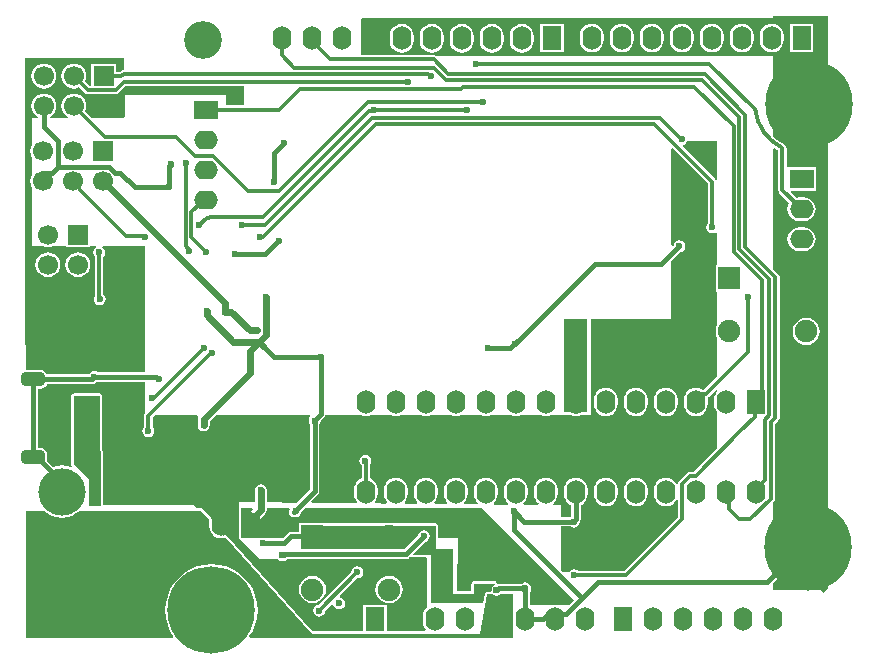
<source format=gbl>
G04*
G04 #@! TF.GenerationSoftware,Altium Limited,Altium Designer,20.2.4 (192)*
G04*
G04 Layer_Physical_Order=2*
G04 Layer_Color=16711680*
%FSLAX44Y44*%
%MOMM*%
G71*
G04*
G04 #@! TF.SameCoordinates,CA4B6327-8C8C-4F40-9CFE-90DE2028BA09*
G04*
G04*
G04 #@! TF.FilePolarity,Positive*
G04*
G01*
G75*
%ADD13C,0.3000*%
%ADD61C,1.9000*%
%ADD62R,1.9000X1.9000*%
%ADD68C,0.4000*%
%ADD69C,0.6000*%
%ADD70C,3.2000*%
%ADD71C,4.0000*%
%ADD72O,1.6000X2.0000*%
%ADD73R,1.6000X2.0000*%
%ADD74O,2.0000X1.6000*%
%ADD75R,2.0000X1.6000*%
%ADD76C,7.4000*%
%ADD77C,1.7000*%
%ADD78R,1.7000X1.7000*%
G04:AMPARAMS|DCode=79|XSize=2mm|YSize=1.2mm|CornerRadius=0.36mm|HoleSize=0mm|Usage=FLASHONLY|Rotation=0.000|XOffset=0mm|YOffset=0mm|HoleType=Round|Shape=RoundedRectangle|*
%AMROUNDEDRECTD79*
21,1,2.0000,0.4800,0,0,0.0*
21,1,1.2800,1.2000,0,0,0.0*
1,1,0.7200,0.6400,-0.2400*
1,1,0.7200,-0.6400,-0.2400*
1,1,0.7200,-0.6400,0.2400*
1,1,0.7200,0.6400,0.2400*
%
%ADD79ROUNDEDRECTD79*%
%ADD80C,0.6000*%
G36*
X86000Y493000D02*
Y483121D01*
X85237D01*
X83871Y482849D01*
X82713Y482075D01*
X81981Y481343D01*
X79080D01*
Y488274D01*
X58080D01*
Y469343D01*
X56714D01*
X52711Y473346D01*
X53410Y475033D01*
X53771Y477774D01*
X53410Y480515D01*
X52352Y483069D01*
X50669Y485263D01*
X48475Y486946D01*
X45921Y488004D01*
X43180Y488365D01*
X40439Y488004D01*
X37885Y486946D01*
X35691Y485263D01*
X34008Y483069D01*
X32950Y480515D01*
X32589Y477774D01*
X32950Y475033D01*
X34008Y472479D01*
X35691Y470285D01*
X37885Y468602D01*
X40439Y467544D01*
X43180Y467183D01*
X45921Y467544D01*
X47687Y468276D01*
X49272Y466691D01*
X52712Y463251D01*
X53870Y462477D01*
X55236Y462205D01*
X78530D01*
X79895Y462477D01*
X81053Y463251D01*
X86803Y469000D01*
X187099D01*
Y454000D01*
X186685Y453000D01*
X172099D01*
Y462000D01*
X86099D01*
Y443000D01*
X86000D01*
Y442000D01*
X58601D01*
X52695Y447906D01*
X53410Y449633D01*
X53771Y452374D01*
X53410Y455115D01*
X52352Y457669D01*
X50669Y459863D01*
X48475Y461546D01*
X45921Y462604D01*
X43180Y462965D01*
X40439Y462604D01*
X37885Y461546D01*
X35691Y459863D01*
X34008Y457669D01*
X32950Y455115D01*
X32589Y452374D01*
X32950Y449633D01*
X34008Y447079D01*
X35691Y444885D01*
X37796Y443270D01*
X37801Y443132D01*
X37067Y442000D01*
X23893D01*
X23159Y443132D01*
X23163Y443270D01*
X25269Y444885D01*
X26952Y447079D01*
X28010Y449633D01*
X28371Y452374D01*
X28010Y455115D01*
X26952Y457669D01*
X25269Y459863D01*
X23075Y461546D01*
X20521Y462604D01*
X17780Y462965D01*
X15039Y462604D01*
X12485Y461546D01*
X10291Y459863D01*
X8608Y457669D01*
X7550Y455115D01*
X7189Y452374D01*
X7550Y449633D01*
X8608Y447079D01*
X10291Y444885D01*
X12397Y443270D01*
X12401Y443132D01*
X11667Y442000D01*
X8000D01*
X8000Y419516D01*
X7846Y419315D01*
X6788Y416761D01*
X6427Y414020D01*
X6788Y411279D01*
X7846Y408725D01*
X8000Y408524D01*
X8000Y394116D01*
X7846Y393915D01*
X6788Y391361D01*
X6427Y388620D01*
X6788Y385879D01*
X7846Y383325D01*
X8000Y383124D01*
X8000Y334000D01*
X16748Y334000D01*
X18509Y333270D01*
X21250Y332909D01*
X23991Y333270D01*
X25752Y334000D01*
X36150Y334000D01*
Y333000D01*
X57150D01*
Y334000D01*
X61578D01*
X61964Y332730D01*
X60911Y332027D01*
X59806Y330373D01*
X59418Y328422D01*
X59806Y326471D01*
X60911Y324817D01*
X60947Y324793D01*
Y291935D01*
X60290Y290951D01*
X59902Y289000D01*
X60290Y287049D01*
X61395Y285395D01*
X63049Y284290D01*
X65000Y283902D01*
X66951Y284290D01*
X68605Y285395D01*
X69710Y287049D01*
X70098Y289000D01*
X69710Y290951D01*
X68605Y292605D01*
X68085Y292952D01*
Y324793D01*
X68121Y324817D01*
X69226Y326471D01*
X69614Y328422D01*
X69226Y330373D01*
X68121Y332027D01*
X67069Y332730D01*
X67454Y334000D01*
X103000Y334000D01*
X103000Y227090D01*
X63348D01*
X62403Y227722D01*
X60452Y228110D01*
X58501Y227722D01*
X56847Y226617D01*
X55888Y225181D01*
X20305D01*
X20225Y225585D01*
X18987Y227437D01*
X17135Y228675D01*
X14950Y229110D01*
X2537D01*
X2000Y271000D01*
X2000Y493000D01*
X86000Y493000D01*
D02*
G37*
G36*
X588000Y390533D02*
X586730Y390148D01*
X586273Y390831D01*
X558851Y418253D01*
X559269Y419632D01*
X559735Y419724D01*
X561389Y420829D01*
X562494Y422483D01*
X562597Y423000D01*
X588000Y423000D01*
Y390533D01*
D02*
G37*
G36*
X682000Y44250D02*
X677750Y40000D01*
X675500Y42250D01*
X635250D01*
Y48741D01*
X663284Y76775D01*
X664168Y78098D01*
X664478Y79658D01*
X664168Y81219D01*
X663284Y82542D01*
X661961Y83427D01*
X660400Y83737D01*
X658839Y83427D01*
X657516Y82542D01*
X636423Y61450D01*
X635250Y61936D01*
Y117020D01*
X635773Y117543D01*
X636547Y118701D01*
X636819Y120067D01*
Y183031D01*
X639673Y185886D01*
X640447Y187044D01*
X640719Y188409D01*
Y307696D01*
X640447Y309062D01*
X639673Y310219D01*
X635250Y314643D01*
Y416281D01*
X636370Y416879D01*
X638353Y415555D01*
X639559Y414959D01*
Y381222D01*
X639831Y379856D01*
X640605Y378699D01*
X648795Y370508D01*
X648515Y370143D01*
X647507Y367710D01*
X647164Y365100D01*
X647507Y362490D01*
X648515Y360057D01*
X650118Y357968D01*
X652207Y356365D01*
X654640Y355357D01*
X657250Y355014D01*
X661250D01*
X663860Y355357D01*
X666293Y356365D01*
X668382Y357968D01*
X669985Y360057D01*
X670993Y362490D01*
X671336Y365100D01*
X670993Y367710D01*
X669985Y370143D01*
X668382Y372232D01*
X666293Y373835D01*
X663860Y374843D01*
X661250Y375186D01*
X657250D01*
X654640Y374843D01*
X654579Y374818D01*
X650070Y379327D01*
X650556Y380500D01*
X671250D01*
Y400500D01*
X647250D01*
X646697Y401541D01*
Y416497D01*
X646425Y417862D01*
X645651Y419020D01*
X644781Y419891D01*
X644771Y419897D01*
X644764Y419907D01*
X644525Y420146D01*
X644445Y420226D01*
X643530Y420838D01*
X643529Y420838D01*
X643288Y420999D01*
X643253Y421006D01*
X642477Y421479D01*
X638660Y423818D01*
X635250Y426730D01*
Y495000D01*
X349534D01*
X349090Y495297D01*
X347724Y495569D01*
X286000D01*
Y526000D01*
X287000Y527000D01*
X635250D01*
Y528750D01*
X682000D01*
Y44250D01*
D02*
G37*
G36*
X103000Y191524D02*
X102917Y191400D01*
X102645Y190034D01*
Y180879D01*
X102609Y180855D01*
X101504Y179201D01*
X101116Y177250D01*
X101504Y175299D01*
X102609Y173645D01*
X104263Y172540D01*
X106214Y172152D01*
X108165Y172540D01*
X109819Y173645D01*
X110924Y175299D01*
X111312Y177250D01*
X110924Y179201D01*
X109819Y180855D01*
X109783Y180879D01*
Y188556D01*
X112227Y191000D01*
X147811D01*
X148410Y189880D01*
X148290Y189701D01*
X147902Y187750D01*
Y182000D01*
X148290Y180049D01*
X149395Y178395D01*
X151049Y177290D01*
X153000Y176902D01*
X154951Y177290D01*
X156605Y178395D01*
X157710Y180049D01*
X158098Y182000D01*
Y185638D01*
X163460Y191000D01*
X243197D01*
X243582Y189730D01*
X243395Y189605D01*
X242290Y187951D01*
X241902Y186000D01*
X242290Y184049D01*
X242922Y183104D01*
Y127785D01*
X231679Y116543D01*
X206448Y116780D01*
Y118045D01*
X206648Y119050D01*
Y127050D01*
X206260Y129001D01*
X205155Y130655D01*
X203501Y131760D01*
X201550Y132148D01*
X199599Y131760D01*
X197945Y130655D01*
X196840Y129001D01*
X196452Y127050D01*
Y119855D01*
X196252Y118850D01*
Y117778D01*
X195350Y116884D01*
X183000Y117000D01*
Y87000D01*
X201000Y69000D01*
X215701Y69136D01*
X216105Y68531D01*
X217759Y67426D01*
X219710Y67038D01*
X221661Y67426D01*
X223315Y68531D01*
X223576Y68922D01*
X324284D01*
X324284Y68922D01*
X325845Y69232D01*
X327168Y70116D01*
X327218Y70167D01*
X340848Y70293D01*
X341750Y69399D01*
Y27274D01*
X341610Y27166D01*
X340007Y25077D01*
X338999Y22645D01*
X338656Y20034D01*
Y16034D01*
X338999Y13424D01*
X340007Y10991D01*
X341328Y9270D01*
X340862Y8094D01*
X340776Y8000D01*
X307942Y8000D01*
Y30034D01*
X287942D01*
Y8000D01*
X245049Y8000D01*
X172882Y88472D01*
X172837Y88506D01*
X172806Y88553D01*
X172520Y88744D01*
X172245Y88950D01*
X172191Y88964D01*
X172144Y88995D01*
X171807Y89062D01*
X171475Y89147D01*
X171419Y89139D01*
X171364Y89150D01*
X171027Y89083D01*
X170687Y89034D01*
X170639Y89006D01*
X170583Y88995D01*
X169978Y88744D01*
X169040Y88621D01*
X159853Y98652D01*
Y100366D01*
X160033Y101734D01*
X160028Y101813D01*
X160047Y101889D01*
X160002Y102207D01*
X159981Y102528D01*
X159946Y102599D01*
X159935Y102677D01*
X159771Y102953D01*
X159629Y103242D01*
X159570Y103294D01*
X159529Y103362D01*
X152518Y111180D01*
X152473Y111214D01*
X152442Y111260D01*
X152156Y111451D01*
X151882Y111657D01*
X151827Y111671D01*
X151780Y111702D01*
X151444Y111769D01*
X151111Y111854D01*
X151055Y111847D01*
X151000Y111858D01*
X147758D01*
X144880Y115000D01*
X68146Y115000D01*
X67039Y207024D01*
X66959Y207402D01*
X66884Y207780D01*
X66877Y207791D01*
X66874Y207803D01*
X66656Y208121D01*
X66442Y208442D01*
X66431Y208449D01*
X66424Y208459D01*
X66101Y208670D01*
X65780Y208884D01*
X65768Y208886D01*
X65758Y208893D01*
X65379Y208964D01*
X65000Y209039D01*
X43000D01*
X42220Y208884D01*
X41558Y208442D01*
X41116Y207780D01*
X40961Y207000D01*
X40961Y149000D01*
X40969Y148959D01*
X40962Y148919D01*
X41046Y148570D01*
X41116Y148220D01*
X41139Y148185D01*
X41149Y148145D01*
X41359Y147856D01*
X41421Y147762D01*
X41055Y146973D01*
X41031Y146945D01*
X40718Y146649D01*
X37313Y147682D01*
X33000Y148106D01*
X28687Y147682D01*
X25682Y146770D01*
X20526Y151926D01*
X20660Y152600D01*
Y157400D01*
X20225Y159585D01*
X18987Y161437D01*
X17135Y162675D01*
X14950Y163110D01*
X12628D01*
Y212890D01*
X14950D01*
X17135Y213325D01*
X18987Y214563D01*
X20225Y216415D01*
X20346Y217025D01*
X58543D01*
X58543Y217025D01*
X60104Y217335D01*
X61190Y218061D01*
X62403Y218302D01*
X63348Y218934D01*
X103000D01*
Y191524D01*
D02*
G37*
G36*
X580181Y386830D02*
Y353379D01*
X580145Y353355D01*
X579040Y351701D01*
X578652Y349750D01*
X579040Y347799D01*
X580145Y346145D01*
X581799Y345040D01*
X583750Y344652D01*
X585701Y345040D01*
X586730Y345728D01*
X588000Y345049D01*
Y318000D01*
X586750D01*
Y295000D01*
X588000D01*
Y266805D01*
X587046Y264502D01*
X586651Y261500D01*
X587046Y258498D01*
X588000Y256195D01*
X588000Y223731D01*
X576626Y212357D01*
X575295D01*
X574893Y212665D01*
X572461Y213673D01*
X569850Y214016D01*
X567239Y213673D01*
X564807Y212665D01*
X562718Y211062D01*
X561115Y208973D01*
X560107Y206541D01*
X559764Y203930D01*
Y199930D01*
X560107Y197320D01*
X561115Y194887D01*
X562718Y192798D01*
X564807Y191195D01*
X567239Y190187D01*
X569850Y189844D01*
X572461Y190187D01*
X574893Y191195D01*
X576982Y192798D01*
X578585Y194887D01*
X579593Y197320D01*
X579936Y199930D01*
Y203930D01*
X579710Y205651D01*
X580627Y206265D01*
X586521Y212158D01*
X587777Y211693D01*
X587920Y210805D01*
X586515Y208973D01*
X585507Y206541D01*
X585164Y203930D01*
Y199930D01*
X585507Y197320D01*
X586515Y194887D01*
X588000Y192952D01*
Y162771D01*
X568028Y142799D01*
X565087D01*
X563721Y142527D01*
X562563Y141753D01*
X555827Y135017D01*
X555053Y133859D01*
X554781Y132493D01*
Y132238D01*
X553511Y131985D01*
X553185Y132773D01*
X551582Y134862D01*
X549493Y136465D01*
X547061Y137473D01*
X544450Y137816D01*
X541839Y137473D01*
X539407Y136465D01*
X537318Y134862D01*
X535715Y132773D01*
X534707Y130340D01*
X534364Y127730D01*
Y123730D01*
X534707Y121119D01*
X535715Y118687D01*
X537318Y116598D01*
X539407Y114995D01*
X541839Y113987D01*
X544450Y113644D01*
X547061Y113987D01*
X549493Y114995D01*
X551582Y116598D01*
X553185Y118687D01*
X553511Y119475D01*
X554781Y119222D01*
Y104460D01*
X509321Y59000D01*
X508890Y58569D01*
X470629D01*
X470605Y58605D01*
X468951Y59710D01*
X467000Y60098D01*
X465049Y59710D01*
X463395Y58605D01*
X462991Y58000D01*
X456980D01*
X455750Y59230D01*
Y96506D01*
X463604D01*
X464549Y95874D01*
X466500Y95486D01*
X468451Y95874D01*
X470105Y96979D01*
X471210Y98633D01*
X471598Y100584D01*
X471582Y100663D01*
X472018Y101314D01*
X472328Y102875D01*
X472328Y102875D01*
Y114595D01*
X473293Y114995D01*
X475382Y116598D01*
X476985Y118687D01*
X477993Y121119D01*
X478336Y123730D01*
Y127730D01*
X477993Y130340D01*
X476985Y132773D01*
X475382Y134862D01*
X473293Y136465D01*
X470860Y137473D01*
X468250Y137816D01*
X465639Y137473D01*
X463207Y136465D01*
X461118Y134862D01*
X459515Y132773D01*
X458507Y130340D01*
X458164Y127730D01*
Y123730D01*
X458507Y121119D01*
X459515Y118687D01*
X461118Y116598D01*
X463207Y114995D01*
X464172Y114595D01*
Y105042D01*
X463604Y104662D01*
X455750D01*
Y114439D01*
X449333Y114499D01*
X448907Y115773D01*
X449982Y116598D01*
X451585Y118687D01*
X452593Y121119D01*
X452936Y123730D01*
Y127730D01*
X452593Y130340D01*
X451585Y132773D01*
X449982Y134862D01*
X447893Y136465D01*
X445461Y137473D01*
X442850Y137816D01*
X440239Y137473D01*
X437807Y136465D01*
X435718Y134862D01*
X434115Y132773D01*
X433107Y130340D01*
X432764Y127730D01*
Y123730D01*
X433107Y121119D01*
X434115Y118687D01*
X435718Y116598D01*
X436643Y115888D01*
X436206Y114622D01*
X424240Y114735D01*
X423814Y116009D01*
X424582Y116598D01*
X426185Y118687D01*
X427193Y121119D01*
X427536Y123730D01*
Y127730D01*
X427193Y130340D01*
X426185Y132773D01*
X424582Y134862D01*
X422493Y136465D01*
X420061Y137473D01*
X417450Y137816D01*
X414840Y137473D01*
X412407Y136465D01*
X410318Y134862D01*
X408715Y132773D01*
X407707Y130340D01*
X407364Y127730D01*
Y123730D01*
X407707Y121119D01*
X408715Y118687D01*
X410318Y116598D01*
X410928Y116130D01*
X410491Y114864D01*
X399147Y114970D01*
X398722Y116244D01*
X399182Y116598D01*
X400785Y118687D01*
X401793Y121119D01*
X402136Y123730D01*
Y127730D01*
X401793Y130340D01*
X400785Y132773D01*
X399182Y134862D01*
X397093Y136465D01*
X394660Y137473D01*
X392050Y137816D01*
X389440Y137473D01*
X387007Y136465D01*
X384918Y134862D01*
X383315Y132773D01*
X382307Y130340D01*
X381964Y127730D01*
Y123730D01*
X382307Y121119D01*
X383315Y118687D01*
X384918Y116598D01*
X385300Y116305D01*
X384886Y115104D01*
X373942Y115207D01*
X373539Y116412D01*
X373782Y116598D01*
X375385Y118687D01*
X376393Y121119D01*
X376736Y123730D01*
Y127730D01*
X376393Y130340D01*
X375385Y132773D01*
X373782Y134862D01*
X371693Y136465D01*
X369260Y137473D01*
X366650Y137816D01*
X364039Y137473D01*
X361607Y136465D01*
X359518Y134862D01*
X357915Y132773D01*
X356907Y130340D01*
X356564Y127730D01*
Y123730D01*
X356907Y121119D01*
X357915Y118687D01*
X359507Y116613D01*
X359446Y116143D01*
X359171Y115346D01*
X348768Y115443D01*
X348672Y115731D01*
X348473Y116716D01*
X349985Y118687D01*
X350993Y121119D01*
X351336Y123730D01*
Y127730D01*
X350993Y130340D01*
X349985Y132773D01*
X348382Y134862D01*
X346293Y136465D01*
X343861Y137473D01*
X341250Y137816D01*
X338639Y137473D01*
X336207Y136465D01*
X334118Y134862D01*
X332515Y132773D01*
X331507Y130340D01*
X331164Y127730D01*
Y123730D01*
X331507Y121119D01*
X332515Y118687D01*
X333922Y116853D01*
X333523Y115587D01*
X323736Y115679D01*
X323255Y116953D01*
X324585Y118687D01*
X325593Y121119D01*
X325936Y123730D01*
Y127730D01*
X325593Y130340D01*
X324585Y132773D01*
X322982Y134862D01*
X320893Y136465D01*
X318461Y137473D01*
X315850Y137816D01*
X313239Y137473D01*
X310807Y136465D01*
X308718Y134862D01*
X307115Y132773D01*
X306107Y130340D01*
X305764Y127730D01*
Y123730D01*
X306107Y121119D01*
X307115Y118687D01*
X308338Y117093D01*
X307707Y115829D01*
X298658Y115914D01*
X298036Y117190D01*
X299185Y118687D01*
X300193Y121119D01*
X300536Y123730D01*
Y127730D01*
X300193Y130340D01*
X299185Y132773D01*
X297582Y134862D01*
X295493Y136465D01*
X294019Y137076D01*
Y149015D01*
X294710Y150049D01*
X295098Y152000D01*
X294710Y153951D01*
X293605Y155605D01*
X291951Y156710D01*
X290000Y157098D01*
X288049Y156710D01*
X286395Y155605D01*
X285290Y153951D01*
X284902Y152000D01*
X285290Y150049D01*
X286395Y148395D01*
X286881Y148070D01*
Y137076D01*
X285407Y136465D01*
X283318Y134862D01*
X281715Y132773D01*
X280707Y130340D01*
X280364Y127730D01*
Y123730D01*
X280707Y121119D01*
X281715Y118687D01*
X282754Y117333D01*
X282123Y116069D01*
X244748Y116420D01*
X244268Y117596D01*
X249884Y123212D01*
X249884Y123212D01*
X250768Y124535D01*
X251078Y126096D01*
X251078Y126096D01*
Y183104D01*
X251710Y184049D01*
X252066Y185840D01*
X255106Y188879D01*
X255106Y188879D01*
X255990Y190203D01*
X256149Y191000D01*
X285878D01*
X287840Y190187D01*
X290450Y189844D01*
X293060Y190187D01*
X295022Y191000D01*
X311278D01*
X313239Y190187D01*
X315850Y189844D01*
X318461Y190187D01*
X320422Y191000D01*
X336678D01*
X338639Y190187D01*
X341250Y189844D01*
X343861Y190187D01*
X345822Y191000D01*
X362078D01*
X364039Y190187D01*
X366650Y189844D01*
X369260Y190187D01*
X371222Y191000D01*
X387478D01*
X389440Y190187D01*
X392050Y189844D01*
X394660Y190187D01*
X396622Y191000D01*
X412878D01*
X414840Y190187D01*
X417450Y189844D01*
X420061Y190187D01*
X422022Y191000D01*
X438278D01*
X440239Y190187D01*
X442850Y189844D01*
X445461Y190187D01*
X447422Y191000D01*
X463678D01*
X465639Y190187D01*
X468250Y189844D01*
X470860Y190187D01*
X472822Y191000D01*
X481000D01*
X481000Y272000D01*
X549000D01*
Y320982D01*
X556586Y328568D01*
X557701Y328790D01*
X559355Y329895D01*
X560460Y331549D01*
X560848Y333500D01*
X560460Y335451D01*
X559355Y337105D01*
X557701Y338210D01*
X555750Y338598D01*
X553799Y338210D01*
X552145Y337105D01*
X551040Y335451D01*
X550880Y334644D01*
X550270Y334246D01*
X549000Y334919D01*
Y416352D01*
X550173Y416838D01*
X580181Y386830D01*
D02*
G37*
G36*
X478000Y193039D02*
X472822D01*
X472042Y192884D01*
X472042Y192884D01*
X470328Y192174D01*
X469006Y192000D01*
X467494D01*
X466172Y192174D01*
X464458Y192884D01*
X463678Y193039D01*
X458000D01*
Y272000D01*
X478000D01*
Y193039D01*
D02*
G37*
G36*
X66108Y114902D02*
X65215Y113999D01*
X56000Y114001D01*
X56000Y137000D01*
X43000Y149000D01*
X43000Y207000D01*
X65000D01*
X66108Y114902D01*
D02*
G37*
G36*
X466394Y34412D02*
X462232Y30250D01*
X429020Y30250D01*
Y40643D01*
X429960Y42049D01*
X430348Y44000D01*
X429960Y45951D01*
X428855Y47605D01*
X427201Y48710D01*
X425250Y49098D01*
X423299Y48710D01*
X422354Y48078D01*
X402791D01*
X401783Y47878D01*
X401539Y48078D01*
X401384Y48859D01*
X400942Y49520D01*
X400280Y49962D01*
X399500Y50118D01*
X381800D01*
X381020Y49962D01*
X380358Y49520D01*
X379916Y48859D01*
X379761Y48078D01*
Y41539D01*
X368573D01*
X367679Y42441D01*
X368073Y87000D01*
X351539D01*
Y97000D01*
X351384Y97780D01*
X350942Y98442D01*
X350280Y98884D01*
X349500Y99039D01*
X313599D01*
X313124Y99236D01*
X310122Y99631D01*
X307120Y99236D01*
X306645Y99039D01*
X256622D01*
Y99532D01*
X237036D01*
X237000Y99539D01*
X236964Y99532D01*
X233622D01*
Y92110D01*
X227257D01*
X227257Y92110D01*
X225697Y91800D01*
X224373Y90916D01*
X224373Y90916D01*
X220457Y87000D01*
X203493D01*
X203000Y87098D01*
X202507Y87000D01*
X185884D01*
X185039Y87845D01*
Y112000D01*
X194131D01*
X194617Y110827D01*
X189695Y105905D01*
X188590Y104251D01*
X188202Y102300D01*
Y98500D01*
X188590Y96549D01*
X189695Y94895D01*
X191349Y93790D01*
X193300Y93402D01*
X195251Y93790D01*
X196905Y94895D01*
X198010Y96549D01*
X198398Y98500D01*
Y100188D01*
X204955Y106745D01*
X206060Y108399D01*
X206448Y110350D01*
Y112000D01*
X225403D01*
X225504Y111918D01*
X226069Y110730D01*
X225594Y110019D01*
X225284Y108458D01*
X225594Y106897D01*
X226478Y105574D01*
X227801Y104690D01*
X229362Y104380D01*
X230242Y104555D01*
X231140Y104376D01*
X233091Y104764D01*
X234745Y105869D01*
X235850Y107523D01*
X236238Y109474D01*
X236223Y109551D01*
X238672Y112000D01*
X388806Y112000D01*
X466394Y34412D01*
D02*
G37*
G36*
X158011Y102000D02*
X157814Y100500D01*
Y96500D01*
X158157Y93890D01*
X159165Y91457D01*
X160768Y89368D01*
X162857Y87765D01*
X165289Y86757D01*
X167900Y86414D01*
X170511Y86757D01*
X171364Y87111D01*
X245000Y5000D01*
X386750D01*
X393000Y39000D01*
X397612D01*
X399049Y38040D01*
X401000Y37652D01*
X402951Y38040D01*
X404388Y39000D01*
X415000D01*
Y21130D01*
X414856Y20034D01*
Y16034D01*
X415000Y14938D01*
Y2000D01*
X192590D01*
X191879Y3270D01*
X194557Y7640D01*
X196906Y13311D01*
X198339Y19280D01*
X198821Y25400D01*
X198339Y31520D01*
X196906Y37489D01*
X194557Y43160D01*
X191349Y48394D01*
X187362Y53062D01*
X182694Y57049D01*
X177460Y60257D01*
X171789Y62606D01*
X165820Y64039D01*
X159700Y64521D01*
X153580Y64039D01*
X147611Y62606D01*
X141940Y60257D01*
X136706Y57049D01*
X132038Y53062D01*
X128051Y48394D01*
X124843Y43160D01*
X122494Y37489D01*
X121061Y31520D01*
X120579Y25400D01*
X121061Y19280D01*
X122494Y13311D01*
X124843Y7640D01*
X127521Y3270D01*
X126810Y2000D01*
X3000D01*
Y109818D01*
X18039D01*
X20718Y107619D01*
X24540Y105576D01*
X28687Y104318D01*
X33000Y103894D01*
X37313Y104318D01*
X41460Y105576D01*
X45282Y107619D01*
X47961Y109818D01*
X151000D01*
X158011Y102000D01*
D02*
G37*
G36*
X237500Y97000D02*
X349500D01*
Y77000D01*
X364250D01*
Y40563D01*
X364250Y40500D01*
X364000Y40250D01*
X364750Y39500D01*
X365046Y39500D01*
X381800D01*
Y48078D01*
X399500D01*
Y46530D01*
X399439Y46518D01*
X398116Y45634D01*
X397232Y44311D01*
X396922Y42750D01*
X397009Y42309D01*
X395967Y41039D01*
X393000D01*
X392789Y40997D01*
X392573Y40994D01*
X392402Y40920D01*
X392220Y40884D01*
X392040Y40764D01*
X391842Y40679D01*
X391713Y40545D01*
X391558Y40442D01*
X391438Y40263D01*
X391288Y40108D01*
X391219Y39935D01*
X391116Y39780D01*
X391074Y39569D01*
X390994Y39369D01*
X389640Y32000D01*
X345750D01*
Y38250D01*
Y72250D01*
X341261D01*
X341225Y72257D01*
X340838Y72332D01*
X340834Y72331D01*
X340829Y72332D01*
X331975Y72250D01*
X330961D01*
X330475Y73423D01*
X340332Y83280D01*
X341447Y83502D01*
X343101Y84607D01*
X344206Y86261D01*
X344594Y88212D01*
X344206Y90163D01*
X343101Y91817D01*
X341447Y92922D01*
X339496Y93310D01*
X337545Y92922D01*
X335891Y91817D01*
X334786Y90163D01*
X334564Y89048D01*
X322595Y77078D01*
X235750D01*
Y83954D01*
X245122D01*
X246683Y84264D01*
X248006Y85148D01*
X248890Y86471D01*
X249200Y88032D01*
X248890Y89593D01*
X248006Y90916D01*
X246683Y91800D01*
X245122Y92110D01*
X235750D01*
Y96250D01*
X237000Y97500D01*
X237500Y97000D01*
D02*
G37*
%LPC*%
G36*
X17780Y488365D02*
X15039Y488004D01*
X12485Y486946D01*
X10291Y485263D01*
X8608Y483069D01*
X7550Y480515D01*
X7189Y477774D01*
X7550Y475033D01*
X8608Y472479D01*
X10291Y470285D01*
X12485Y468602D01*
X15039Y467544D01*
X17780Y467183D01*
X20521Y467544D01*
X23075Y468602D01*
X25269Y470285D01*
X26952Y472479D01*
X28010Y475033D01*
X28371Y477774D01*
X28010Y480515D01*
X26952Y483069D01*
X25269Y485263D01*
X23075Y486946D01*
X20521Y488004D01*
X17780Y488365D01*
D02*
G37*
G36*
X46650Y328691D02*
X43909Y328330D01*
X41355Y327272D01*
X39161Y325589D01*
X37478Y323395D01*
X36420Y320841D01*
X36059Y318100D01*
X36420Y315359D01*
X37478Y312805D01*
X39161Y310611D01*
X41355Y308928D01*
X43909Y307870D01*
X46650Y307509D01*
X49391Y307870D01*
X51945Y308928D01*
X54139Y310611D01*
X55822Y312805D01*
X56880Y315359D01*
X57241Y318100D01*
X56880Y320841D01*
X55822Y323395D01*
X54139Y325589D01*
X51945Y327272D01*
X49391Y328330D01*
X46650Y328691D01*
D02*
G37*
G36*
X21250D02*
X18509Y328330D01*
X15955Y327272D01*
X13761Y325589D01*
X12078Y323395D01*
X11020Y320841D01*
X10659Y318100D01*
X11020Y315359D01*
X12078Y312805D01*
X13761Y310611D01*
X15955Y308928D01*
X18509Y307870D01*
X21250Y307509D01*
X23991Y307870D01*
X26545Y308928D01*
X28739Y310611D01*
X30422Y312805D01*
X31480Y315359D01*
X31841Y318100D01*
X31480Y320841D01*
X30422Y323395D01*
X28739Y325589D01*
X26545Y327272D01*
X23991Y328330D01*
X21250Y328691D01*
D02*
G37*
G36*
X669384Y522032D02*
X649384D01*
Y498032D01*
X669384D01*
Y522032D01*
D02*
G37*
G36*
X633984Y522118D02*
X631373Y521775D01*
X628941Y520767D01*
X626852Y519164D01*
X625249Y517075D01*
X624241Y514642D01*
X623898Y512032D01*
Y508032D01*
X624241Y505421D01*
X625249Y502989D01*
X626852Y500900D01*
X628941Y499297D01*
X631373Y498289D01*
X633984Y497946D01*
X635250Y498112D01*
D01*
X636595Y498289D01*
X639027Y499297D01*
X641116Y500900D01*
X642719Y502989D01*
X643727Y505421D01*
X644070Y508032D01*
Y512032D01*
X643727Y514642D01*
X642719Y517075D01*
X641116Y519164D01*
X639027Y520767D01*
X636595Y521775D01*
X635250Y521952D01*
D01*
X633984Y522118D01*
D02*
G37*
G36*
X608584D02*
X605974Y521775D01*
X603541Y520767D01*
X601452Y519164D01*
X599849Y517075D01*
X598841Y514642D01*
X598498Y512032D01*
Y508032D01*
X598841Y505421D01*
X599849Y502989D01*
X601452Y500900D01*
X603541Y499297D01*
X605974Y498289D01*
X608584Y497946D01*
X611194Y498289D01*
X613627Y499297D01*
X615716Y500900D01*
X617319Y502989D01*
X618327Y505421D01*
X618670Y508032D01*
Y512032D01*
X618327Y514642D01*
X617319Y517075D01*
X615716Y519164D01*
X613627Y520767D01*
X611194Y521775D01*
X608584Y522118D01*
D02*
G37*
G36*
X583184D02*
X580574Y521775D01*
X578141Y520767D01*
X576052Y519164D01*
X574449Y517075D01*
X573441Y514642D01*
X573098Y512032D01*
Y508032D01*
X573441Y505421D01*
X574449Y502989D01*
X576052Y500900D01*
X578141Y499297D01*
X580574Y498289D01*
X583184Y497946D01*
X585794Y498289D01*
X588227Y499297D01*
X590316Y500900D01*
X591919Y502989D01*
X592927Y505421D01*
X593270Y508032D01*
Y512032D01*
X592927Y514642D01*
X591919Y517075D01*
X590316Y519164D01*
X588227Y520767D01*
X585794Y521775D01*
X583184Y522118D01*
D02*
G37*
G36*
X557784D02*
X555173Y521775D01*
X552741Y520767D01*
X550652Y519164D01*
X549049Y517075D01*
X548041Y514642D01*
X547698Y512032D01*
Y508032D01*
X548041Y505421D01*
X549049Y502989D01*
X550652Y500900D01*
X552741Y499297D01*
X555173Y498289D01*
X557784Y497946D01*
X560395Y498289D01*
X562827Y499297D01*
X564916Y500900D01*
X566519Y502989D01*
X567527Y505421D01*
X567870Y508032D01*
Y512032D01*
X567527Y514642D01*
X566519Y517075D01*
X564916Y519164D01*
X562827Y520767D01*
X560395Y521775D01*
X557784Y522118D01*
D02*
G37*
G36*
X532384D02*
X529773Y521775D01*
X527341Y520767D01*
X525252Y519164D01*
X523649Y517075D01*
X522641Y514642D01*
X522298Y512032D01*
Y508032D01*
X522641Y505421D01*
X523649Y502989D01*
X525252Y500900D01*
X527341Y499297D01*
X529773Y498289D01*
X532384Y497946D01*
X534995Y498289D01*
X537427Y499297D01*
X539516Y500900D01*
X541119Y502989D01*
X542127Y505421D01*
X542470Y508032D01*
Y512032D01*
X542127Y514642D01*
X541119Y517075D01*
X539516Y519164D01*
X537427Y520767D01*
X534995Y521775D01*
X532384Y522118D01*
D02*
G37*
G36*
X506984D02*
X504374Y521775D01*
X501941Y520767D01*
X499852Y519164D01*
X498249Y517075D01*
X497241Y514642D01*
X496898Y512032D01*
Y508032D01*
X497241Y505421D01*
X498249Y502989D01*
X499852Y500900D01*
X501941Y499297D01*
X504374Y498289D01*
X506984Y497946D01*
X509594Y498289D01*
X512027Y499297D01*
X514116Y500900D01*
X515719Y502989D01*
X516727Y505421D01*
X517070Y508032D01*
Y512032D01*
X516727Y514642D01*
X515719Y517075D01*
X514116Y519164D01*
X512027Y520767D01*
X509594Y521775D01*
X506984Y522118D01*
D02*
G37*
G36*
X481584D02*
X478974Y521775D01*
X476541Y520767D01*
X474452Y519164D01*
X472849Y517075D01*
X471841Y514642D01*
X471498Y512032D01*
Y508032D01*
X471841Y505421D01*
X472849Y502989D01*
X474452Y500900D01*
X476541Y499297D01*
X478974Y498289D01*
X481584Y497946D01*
X484194Y498289D01*
X486627Y499297D01*
X488716Y500900D01*
X490319Y502989D01*
X491327Y505421D01*
X491670Y508032D01*
Y512032D01*
X491327Y514642D01*
X490319Y517075D01*
X488716Y519164D01*
X486627Y520767D01*
X484194Y521775D01*
X481584Y522118D01*
D02*
G37*
G36*
X457802Y521778D02*
X437802D01*
Y497778D01*
X457802D01*
Y521778D01*
D02*
G37*
G36*
X422402Y521864D02*
X419791Y521521D01*
X417359Y520513D01*
X415270Y518910D01*
X413667Y516821D01*
X412659Y514389D01*
X412316Y511778D01*
Y507778D01*
X412659Y505168D01*
X413667Y502735D01*
X415270Y500646D01*
X417359Y499043D01*
X419791Y498035D01*
X422402Y497692D01*
X425013Y498035D01*
X427445Y499043D01*
X429534Y500646D01*
X431137Y502735D01*
X432145Y505168D01*
X432488Y507778D01*
Y511778D01*
X432145Y514389D01*
X431137Y516821D01*
X429534Y518910D01*
X427445Y520513D01*
X425013Y521521D01*
X422402Y521864D01*
D02*
G37*
G36*
X397002D02*
X394392Y521521D01*
X391959Y520513D01*
X389870Y518910D01*
X388267Y516821D01*
X387259Y514389D01*
X386916Y511778D01*
Y507778D01*
X387259Y505168D01*
X388267Y502735D01*
X389870Y500646D01*
X391959Y499043D01*
X394392Y498035D01*
X397002Y497692D01*
X399613Y498035D01*
X402045Y499043D01*
X404134Y500646D01*
X405737Y502735D01*
X406745Y505168D01*
X407088Y507778D01*
Y511778D01*
X406745Y514389D01*
X405737Y516821D01*
X404134Y518910D01*
X402045Y520513D01*
X399613Y521521D01*
X397002Y521864D01*
D02*
G37*
G36*
X371602D02*
X368992Y521521D01*
X366559Y520513D01*
X364470Y518910D01*
X362867Y516821D01*
X361859Y514389D01*
X361516Y511778D01*
Y507778D01*
X361859Y505168D01*
X362867Y502735D01*
X364470Y500646D01*
X366559Y499043D01*
X368992Y498035D01*
X371602Y497692D01*
X374212Y498035D01*
X376645Y499043D01*
X378734Y500646D01*
X380337Y502735D01*
X381345Y505168D01*
X381688Y507778D01*
Y511778D01*
X381345Y514389D01*
X380337Y516821D01*
X378734Y518910D01*
X376645Y520513D01*
X374212Y521521D01*
X371602Y521864D01*
D02*
G37*
G36*
X346202D02*
X343591Y521521D01*
X341159Y520513D01*
X339070Y518910D01*
X337467Y516821D01*
X336459Y514389D01*
X336116Y511778D01*
Y507778D01*
X336459Y505168D01*
X337467Y502735D01*
X339070Y500646D01*
X341159Y499043D01*
X343591Y498035D01*
X346202Y497692D01*
X348812Y498035D01*
X351245Y499043D01*
X353334Y500646D01*
X354937Y502735D01*
X355945Y505168D01*
X356288Y507778D01*
Y511778D01*
X355945Y514389D01*
X354937Y516821D01*
X353334Y518910D01*
X351245Y520513D01*
X348812Y521521D01*
X346202Y521864D01*
D02*
G37*
G36*
X320802D02*
X318192Y521521D01*
X315759Y520513D01*
X313670Y518910D01*
X312067Y516821D01*
X311059Y514389D01*
X310716Y511778D01*
Y507778D01*
X311059Y505168D01*
X312067Y502735D01*
X313670Y500646D01*
X315759Y499043D01*
X318192Y498035D01*
X320802Y497692D01*
X323413Y498035D01*
X325845Y499043D01*
X327934Y500646D01*
X329537Y502735D01*
X330545Y505168D01*
X330888Y507778D01*
Y511778D01*
X330545Y514389D01*
X329537Y516821D01*
X327934Y518910D01*
X325845Y520513D01*
X323413Y521521D01*
X320802Y521864D01*
D02*
G37*
G36*
X660400Y457820D02*
X658839Y457509D01*
X657516Y456625D01*
X656632Y455302D01*
X656322Y453741D01*
X656632Y452181D01*
X657516Y450858D01*
X670366Y438008D01*
X671689Y437124D01*
X673250Y436813D01*
X674811Y437124D01*
X676134Y438008D01*
X677018Y439331D01*
X677328Y440891D01*
X677018Y442452D01*
X676134Y443775D01*
X663284Y456625D01*
X661961Y457509D01*
X660400Y457820D01*
D02*
G37*
G36*
X661250Y349786D02*
X657250D01*
X654640Y349443D01*
X652207Y348435D01*
X650118Y346832D01*
X648515Y344743D01*
X647507Y342310D01*
X647164Y339700D01*
X647507Y337090D01*
X648515Y334657D01*
X650118Y332568D01*
X652207Y330965D01*
X654640Y329957D01*
X657250Y329614D01*
X661250D01*
X663860Y329957D01*
X666293Y330965D01*
X668382Y332568D01*
X669985Y334657D01*
X670993Y337090D01*
X671336Y339700D01*
X670993Y342310D01*
X669985Y344743D01*
X668382Y346832D01*
X666293Y348435D01*
X663860Y349443D01*
X661250Y349786D01*
D02*
G37*
G36*
X663250Y273099D02*
X660248Y272704D01*
X657450Y271545D01*
X655048Y269702D01*
X653205Y267300D01*
X652046Y264502D01*
X651651Y261500D01*
X652046Y258498D01*
X653205Y255700D01*
X655048Y253298D01*
X657450Y251455D01*
X660248Y250296D01*
X663250Y249901D01*
X666252Y250296D01*
X669050Y251455D01*
X671452Y253298D01*
X673295Y255700D01*
X674454Y258498D01*
X674849Y261500D01*
X674454Y264502D01*
X673295Y267300D01*
X671452Y269702D01*
X669050Y271545D01*
X666252Y272704D01*
X663250Y273099D01*
D02*
G37*
G36*
X283306Y62598D02*
X281355Y62210D01*
X279701Y61105D01*
X278596Y59451D01*
X278208Y57500D01*
X278217Y57457D01*
X250896Y30136D01*
X250853Y30145D01*
X248902Y29757D01*
X247248Y28651D01*
X246143Y26998D01*
X245755Y25047D01*
X246143Y23096D01*
X247248Y21442D01*
X248902Y20337D01*
X250853Y19949D01*
X252804Y20337D01*
X254457Y21442D01*
X255563Y23096D01*
X255951Y25047D01*
X255942Y25089D01*
X261481Y30628D01*
X262859Y30210D01*
X263040Y29299D01*
X264145Y27645D01*
X265799Y26540D01*
X267750Y26152D01*
X269701Y26540D01*
X271355Y27645D01*
X272460Y29299D01*
X272848Y31250D01*
X272460Y33201D01*
X271355Y34855D01*
X269701Y35960D01*
X268790Y36141D01*
X268372Y37519D01*
X283263Y52411D01*
X283306Y52402D01*
X285257Y52790D01*
X286911Y53895D01*
X288016Y55549D01*
X288404Y57500D01*
X288016Y59451D01*
X286911Y61105D01*
X285257Y62210D01*
X283306Y62598D01*
D02*
G37*
G36*
X310122Y54631D02*
X307120Y54236D01*
X304322Y53077D01*
X301920Y51234D01*
X300077Y48832D01*
X298918Y46034D01*
X298523Y43032D01*
X298918Y40030D01*
X300077Y37232D01*
X301920Y34830D01*
X304322Y32987D01*
X307120Y31828D01*
X310122Y31433D01*
X313124Y31828D01*
X315922Y32987D01*
X318324Y34830D01*
X320167Y37232D01*
X321326Y40030D01*
X321721Y43032D01*
X321326Y46034D01*
X320167Y48832D01*
X318324Y51234D01*
X315922Y53077D01*
X313124Y54236D01*
X310122Y54631D01*
D02*
G37*
G36*
X245122D02*
X242120Y54236D01*
X239322Y53077D01*
X236920Y51234D01*
X235077Y48832D01*
X233918Y46034D01*
X233523Y43032D01*
X233918Y40030D01*
X235077Y37232D01*
X236920Y34830D01*
X239322Y32987D01*
X242120Y31828D01*
X245122Y31433D01*
X248124Y31828D01*
X250922Y32987D01*
X253324Y34830D01*
X255167Y37232D01*
X256326Y40030D01*
X256721Y43032D01*
X256326Y46034D01*
X255167Y48832D01*
X253324Y51234D01*
X250922Y53077D01*
X248124Y54236D01*
X245122Y54631D01*
D02*
G37*
G36*
X544450Y214016D02*
X541839Y213673D01*
X539407Y212665D01*
X537318Y211062D01*
X535715Y208973D01*
X534707Y206541D01*
X534364Y203930D01*
Y199930D01*
X534707Y197320D01*
X535715Y194887D01*
X537318Y192798D01*
X539407Y191195D01*
X541839Y190187D01*
X544450Y189844D01*
X547061Y190187D01*
X549493Y191195D01*
X551582Y192798D01*
X553185Y194887D01*
X554193Y197320D01*
X554536Y199930D01*
Y203930D01*
X554193Y206541D01*
X553185Y208973D01*
X551582Y211062D01*
X549493Y212665D01*
X547061Y213673D01*
X544450Y214016D01*
D02*
G37*
G36*
X519050D02*
X516440Y213673D01*
X514007Y212665D01*
X511918Y211062D01*
X510315Y208973D01*
X509307Y206541D01*
X508964Y203930D01*
Y199930D01*
X509307Y197320D01*
X510315Y194887D01*
X511918Y192798D01*
X514007Y191195D01*
X514478Y191000D01*
X516000Y190369D01*
X516440Y190187D01*
X519050Y189844D01*
X521660Y190187D01*
X524093Y191195D01*
X526182Y192798D01*
X527785Y194887D01*
X528793Y197320D01*
X529136Y199930D01*
Y203930D01*
X528793Y206541D01*
X527785Y208973D01*
X526182Y211062D01*
X524093Y212665D01*
X521660Y213673D01*
X519050Y214016D01*
D02*
G37*
G36*
X493650D02*
X491040Y213673D01*
X488607Y212665D01*
X486518Y211062D01*
X484915Y208973D01*
X483907Y206541D01*
X483564Y203930D01*
Y199930D01*
X483907Y197320D01*
X484915Y194887D01*
X486518Y192798D01*
X488607Y191195D01*
X491040Y190187D01*
X493650Y189844D01*
X496260Y190187D01*
X498222Y191000D01*
X498693Y191195D01*
X500782Y192798D01*
X502385Y194887D01*
X503393Y197320D01*
X503736Y199930D01*
Y203930D01*
X503393Y206541D01*
X502385Y208973D01*
X500782Y211062D01*
X498693Y212665D01*
X496260Y213673D01*
X493650Y214016D01*
D02*
G37*
G36*
X519050Y137816D02*
X516440Y137473D01*
X516000Y137291D01*
X514007Y136465D01*
X511918Y134862D01*
X510315Y132773D01*
X509307Y130340D01*
X508964Y127730D01*
Y123730D01*
X509307Y121119D01*
X510315Y118687D01*
X511918Y116598D01*
X514007Y114995D01*
X516000Y114169D01*
X516440Y113987D01*
X519050Y113644D01*
X521660Y113987D01*
X524093Y114995D01*
X526182Y116598D01*
X527785Y118687D01*
X528793Y121119D01*
X529136Y123730D01*
Y127730D01*
X528793Y130340D01*
X527785Y132773D01*
X526182Y134862D01*
X524093Y136465D01*
X521660Y137473D01*
X519050Y137816D01*
D02*
G37*
G36*
X493650D02*
X491040Y137473D01*
X488607Y136465D01*
X486518Y134862D01*
X484915Y132773D01*
X483907Y130340D01*
X483564Y127730D01*
Y123730D01*
X483907Y121119D01*
X484915Y118687D01*
X486518Y116598D01*
X488607Y114995D01*
X491040Y113987D01*
X493650Y113644D01*
X496260Y113987D01*
X498693Y114995D01*
X500782Y116598D01*
X502385Y118687D01*
X503393Y121119D01*
X503736Y123730D01*
Y127730D01*
X503393Y130340D01*
X502385Y132773D01*
X500782Y134862D01*
X498693Y136465D01*
X496260Y137473D01*
X493650Y137816D01*
D02*
G37*
%LPD*%
D13*
X642257Y417367D02*
G03*
X642241Y417383I-2129J-2113D01*
G01*
X620191Y448895D02*
G03*
X641922Y417702I40209J4846D01*
G01*
X595250Y125730D02*
X597684Y123296D01*
Y111230D02*
Y123296D01*
Y111230D02*
X606298Y102616D01*
X619463Y199393D02*
X622000Y201930D01*
X568493Y208788D02*
X571500Y205781D01*
X601712Y328992D02*
X626000Y304704D01*
X467000Y55000D02*
X510368D01*
X558350Y102982D01*
X575230Y474552D02*
X606712Y443070D01*
X577301Y479552D02*
X611712Y445141D01*
X383286Y487934D02*
X581152D01*
X641922Y417702D02*
X642241Y417383D01*
X106214Y177250D02*
Y190034D01*
X292271Y455552D02*
X383924D01*
X534506Y437552D02*
X583750Y388308D01*
Y349750D02*
Y388308D01*
X140462Y329946D02*
Y330758D01*
X203708Y341884D02*
X299376Y437552D01*
X62958Y465774D02*
X78530D01*
X643128Y381222D02*
X659250Y365100D01*
X642257Y417367D02*
X643128Y416497D01*
X619473Y449613D02*
X620191Y448895D01*
X159347Y243167D02*
X160132D01*
X106214Y190034D02*
X159347Y243167D01*
X43180Y477774D02*
X43236D01*
X55236Y465774D02*
X62958D01*
X204932Y351998D02*
X295486Y442552D01*
X43236Y477774D02*
X55236Y465774D01*
X628250Y186580D02*
X632150Y190480D01*
X358101Y474552D02*
X575230D01*
X348101Y484552D02*
X358101Y474552D01*
X219202Y495278D02*
X229928Y484552D01*
X348101D01*
X632150Y190480D02*
Y305625D01*
X606298Y102616D02*
X615799D01*
X606712Y331063D02*
X632150Y305625D01*
X637150Y188409D02*
Y307696D01*
X633250Y184509D02*
X637150Y188409D01*
X606712Y331063D02*
Y443070D01*
X601712Y328992D02*
Y435116D01*
X581152Y487934D02*
X619473Y449613D01*
X611712Y333134D02*
X637150Y307696D01*
X628250Y135330D02*
Y186580D01*
X643128Y381222D02*
Y416497D01*
X611712Y333134D02*
Y445141D01*
X234444Y466552D02*
X370770D01*
X111047Y205000D02*
X153189Y247142D01*
X109024Y205000D02*
X111047D01*
X85808Y473052D02*
X325882D01*
X558350Y132493D02*
X565087Y139230D01*
X620650Y127730D02*
X628250Y135330D01*
X620650Y125730D02*
Y127730D01*
X157651Y357952D02*
X158347Y358648D01*
X185623Y351998D02*
X204932D01*
X201168Y341884D02*
X203708D01*
X48260Y381000D02*
Y381000D01*
X244602Y507778D02*
Y509778D01*
X360172Y479552D02*
X577301D01*
X347724Y492000D02*
X360172Y479552D01*
X219202Y495278D02*
Y509778D01*
X142750Y341250D02*
X155000Y329000D01*
X260380Y492000D02*
X347724D01*
X244602Y507778D02*
X260380Y492000D01*
X155000Y448900D02*
X216792D01*
X299376Y437552D02*
X534506D01*
X296443Y448478D02*
X297017Y449052D01*
X158347Y358648D02*
X203648D01*
X293478Y448478D02*
X296443D01*
X149250Y351700D02*
X149412D01*
X155664Y357952D02*
X157651D01*
X43180Y452374D02*
X69534Y426020D01*
X129980D01*
X384020Y455648D02*
X389664D01*
X153000Y372700D02*
X155000D01*
X203648Y358648D02*
X293478Y448478D01*
X298403Y449052D02*
X376174D01*
X389664Y455648D02*
X389890Y455422D01*
X383924Y455552D02*
X384020Y455648D01*
X370770Y466552D02*
X372464Y468246D01*
X68580Y477774D02*
X83459D01*
X345132Y477516D02*
X345944D01*
X372464Y468246D02*
X568582D01*
X343097Y479552D02*
X345132Y477516D01*
X78530Y465774D02*
X85808Y473052D01*
X568582Y468246D02*
X601712Y435116D01*
X83459Y477774D02*
X85237Y479552D01*
X343097D01*
X216792Y448900D02*
X234444Y466552D01*
X371602Y509778D02*
Y515296D01*
X295486Y442552D02*
X539158D01*
X615799Y102616D02*
X633250Y120067D01*
X539158Y442552D02*
X557276Y424434D01*
X557784D01*
X633250Y120067D02*
Y184509D01*
X149412Y351700D02*
X155664Y357952D01*
X137750Y333470D02*
Y403688D01*
X571500Y198374D02*
Y205781D01*
X568493Y208788D02*
X578104D01*
X626000Y207280D02*
Y304704D01*
X619463Y189187D02*
Y199393D01*
X607276Y177000D02*
X619463Y189187D01*
X620650Y201930D02*
X626000Y207280D01*
X607276Y177000D02*
Y177000D01*
X569506Y139230D02*
X607276Y177000D01*
X565087Y139230D02*
X569506D01*
X190871Y380492D02*
X217211D01*
X292271Y455552D01*
X161003Y410360D02*
X190871Y380492D01*
X145640Y410360D02*
X161003D01*
X129980Y426020D02*
X145640Y410360D01*
X558350Y102982D02*
Y132493D01*
X137750Y403688D02*
X137922Y403860D01*
X64516Y289484D02*
Y328422D01*
Y289484D02*
X65000Y289000D01*
X290000Y152000D02*
X290450Y151550D01*
Y125730D02*
Y151550D01*
X142750Y341250D02*
Y362450D01*
X153000Y372700D01*
X48260Y381000D02*
X87260Y342000D01*
X103124D01*
X137750Y333470D02*
X140462Y330758D01*
X103124Y342000D02*
X103562Y341562D01*
X578104Y208788D02*
X613750Y244434D01*
Y290500D01*
X250853Y25047D02*
X283306Y57500D01*
D61*
X310122Y88032D02*
D03*
Y43032D02*
D03*
X245122D02*
D03*
X663250Y306500D02*
D03*
Y261500D02*
D03*
X598250D02*
D03*
D62*
X245122Y88032D02*
D03*
X598250Y306500D02*
D03*
D68*
X247000Y186000D02*
Y186541D01*
Y126096D02*
Y186000D01*
Y186541D02*
X252222Y191763D01*
Y240030D01*
X229362Y108458D02*
X247000Y126096D01*
X221988Y73000D02*
X324284D01*
X339496Y88212D01*
X16710Y395520D02*
X24681D01*
X29518Y400357D02*
Y422980D01*
Y400357D02*
Y400357D01*
X30281Y401120D01*
X24681Y395520D02*
X29518Y400357D01*
X17780Y434718D02*
Y452374D01*
Y434718D02*
X29518Y422980D01*
X28830Y399669D02*
X29518Y400357D01*
X112988Y223012D02*
X115000Y221000D01*
X60452Y223012D02*
X112988D01*
X423968Y42718D02*
X424942Y41744D01*
X402791Y44000D02*
X425250D01*
X401541Y42750D02*
X402791Y44000D01*
X401000Y42750D02*
X401541D01*
X412498Y247500D02*
X418490Y253492D01*
X540500Y318250D02*
X555750Y333500D01*
X484500Y318250D02*
X540500D01*
X416750Y250500D02*
X484500Y318250D01*
X473481Y35731D02*
X487000Y49250D01*
X459963Y22213D02*
X473481Y35731D01*
X415544Y93668D02*
Y109220D01*
Y93668D02*
X473481Y35731D01*
X203000Y249250D02*
X212220Y240030D01*
X252222D01*
X468250Y102875D02*
Y125730D01*
X466500Y101125D02*
X468250Y102875D01*
X466500Y100584D02*
Y101125D01*
X440034Y18034D02*
X446188Y24188D01*
X487000Y49250D02*
X629991D01*
X450342Y18034D02*
X454520Y22213D01*
X459963D01*
X629991Y49250D02*
X660400Y79658D01*
X424942Y18034D02*
X440034D01*
X424180Y100584D02*
X466500D01*
X415544Y109220D02*
X424180Y100584D01*
X424942Y18034D02*
Y41744D01*
X157625Y23325D02*
X159700Y25400D01*
X215825Y337945D02*
X216533D01*
X205376Y327496D02*
X215825Y337945D01*
X179922Y327496D02*
X205376D01*
X179832Y327406D02*
X179922Y327496D01*
X216533Y337945D02*
X216916Y338328D01*
X393750Y247500D02*
X412498D01*
X219710Y72136D02*
X220093Y72519D01*
X221507D01*
X221988Y73000D01*
X78130Y395986D02*
X82550D01*
X30281Y401120D02*
X72996D01*
X94996Y383540D02*
X123698D01*
X82550Y395986D02*
X94996Y383540D01*
X72996Y401120D02*
X78130Y395986D01*
X221225Y82000D02*
X227257Y88032D01*
X203000Y82000D02*
X221225D01*
X227257Y88032D02*
X245122D01*
X33000Y126000D02*
Y133684D01*
X11684Y155000D02*
X33000Y133684D01*
X8550Y155000D02*
X11684D01*
X58543Y221103D02*
X60452Y223012D01*
X8653Y221103D02*
X58543D01*
X212598Y388112D02*
Y412242D01*
X221250Y420894D01*
X123698Y401287D02*
X125222Y402811D01*
Y403352D01*
X123698Y383540D02*
Y401287D01*
X16510Y395320D02*
X16710Y395520D01*
X660400Y453741D02*
X673250Y440891D01*
X442850Y201930D02*
Y207136D01*
X467106Y126874D02*
X468250Y125730D01*
X8550Y155000D02*
Y221000D01*
X8653Y221103D01*
D69*
X176156Y278250D02*
X192024Y262382D01*
X170750Y278250D02*
Y285688D01*
Y278250D02*
X176156D01*
X67818Y388620D02*
X170750Y285688D01*
X177960Y252750D02*
X199500D01*
X155500Y275210D02*
X177960Y252750D01*
X155500Y275210D02*
Y278750D01*
X201350Y110350D02*
Y118850D01*
X193300Y102300D02*
X201350Y110350D01*
Y118850D02*
X201550Y119050D01*
Y127050D01*
X193300Y98500D02*
Y102300D01*
X153000Y182000D02*
Y187750D01*
X192000Y226750D02*
Y244750D01*
X153000Y187750D02*
X192000Y226750D01*
X199750Y252500D02*
X203000Y249250D01*
X199500Y252750D02*
X199750Y252500D01*
X192000Y244750D02*
X199750Y252500D01*
X206000Y258750D01*
X192024Y262382D02*
X198000D01*
X206000Y258750D02*
Y291000D01*
X67818Y388620D02*
X67818D01*
D70*
X152400Y508000D02*
D03*
D71*
X33000Y126000D02*
D03*
X27000Y22000D02*
D03*
D72*
X219202Y509778D02*
D03*
X244602D02*
D03*
X270002D02*
D03*
X295402D02*
D03*
X320802D02*
D03*
X346202D02*
D03*
X371602D02*
D03*
X397002D02*
D03*
X422402D02*
D03*
X323342Y18034D02*
D03*
X348742D02*
D03*
X374142D02*
D03*
X399542D02*
D03*
X424942D02*
D03*
X450342D02*
D03*
X475742D02*
D03*
X633984Y510032D02*
D03*
X608584D02*
D03*
X583184D02*
D03*
X557784D02*
D03*
X532384D02*
D03*
X506984D02*
D03*
X481584D02*
D03*
X635254Y18288D02*
D03*
X609854D02*
D03*
X584454D02*
D03*
X559054D02*
D03*
X533654D02*
D03*
X193300Y98500D02*
D03*
X167900D02*
D03*
X595250Y201930D02*
D03*
X569850D02*
D03*
X544450D02*
D03*
X519050D02*
D03*
X493650D02*
D03*
X468250D02*
D03*
X442850D02*
D03*
X417450D02*
D03*
X392050D02*
D03*
X366650D02*
D03*
X341250D02*
D03*
X315850D02*
D03*
X290450D02*
D03*
X620650Y125730D02*
D03*
X595250D02*
D03*
X569850D02*
D03*
X544450D02*
D03*
X519050D02*
D03*
X493650D02*
D03*
X468250D02*
D03*
X442850D02*
D03*
X417450D02*
D03*
X392050D02*
D03*
X366650D02*
D03*
X341250D02*
D03*
X315850D02*
D03*
X290450D02*
D03*
D73*
X447802Y509778D02*
D03*
X297942Y18034D02*
D03*
X659384Y510032D02*
D03*
X508254Y18288D02*
D03*
X142500Y98500D02*
D03*
X620650Y201930D02*
D03*
D74*
X155000Y372700D02*
D03*
Y398100D02*
D03*
Y423500D02*
D03*
X659250Y339700D02*
D03*
Y365100D02*
D03*
D75*
X155000Y448900D02*
D03*
X659250Y390500D02*
D03*
D76*
X159700Y25400D02*
D03*
X666000Y454500D02*
D03*
X665000Y79250D02*
D03*
D77*
X42418Y414020D02*
D03*
X17018D02*
D03*
X42418Y388620D02*
D03*
X17018D02*
D03*
X67818D02*
D03*
X43180Y477774D02*
D03*
X17780D02*
D03*
X43180Y452374D02*
D03*
X17780D02*
D03*
X68580D02*
D03*
X21250Y343500D02*
D03*
Y318100D02*
D03*
X46650D02*
D03*
D78*
X67818Y414020D02*
D03*
X68580Y477774D02*
D03*
X46650Y343500D02*
D03*
D79*
X8550Y155000D02*
D03*
Y221000D02*
D03*
D80*
X646750Y355000D02*
D03*
X283306Y57500D02*
D03*
X267750Y31250D02*
D03*
X247000Y186000D02*
D03*
X410000Y33000D02*
D03*
X339496Y88212D02*
D03*
X653750Y210721D02*
D03*
X583750Y349750D02*
D03*
X149250Y351700D02*
D03*
X170750Y278250D02*
D03*
X155500Y278750D02*
D03*
X115000Y221000D02*
D03*
X452750Y34620D02*
D03*
X384750Y36500D02*
D03*
X401000Y42750D02*
D03*
X201550Y127050D02*
D03*
X555750Y333500D02*
D03*
X416750Y250500D02*
D03*
X554228Y306022D02*
D03*
X467000Y55000D02*
D03*
X198000Y262382D02*
D03*
X613750Y290500D02*
D03*
X425250Y44000D02*
D03*
X256000Y121000D02*
D03*
X250853Y25047D02*
D03*
X206000Y291000D02*
D03*
X199750Y252500D02*
D03*
X481500Y62000D02*
D03*
X90250Y215000D02*
D03*
Y233750D02*
D03*
X212718Y184532D02*
D03*
X153000Y182000D02*
D03*
X231000Y132984D02*
D03*
X60000Y118000D02*
D03*
X349250Y35672D02*
D03*
X372612Y48154D02*
D03*
X462000Y267000D02*
D03*
X584000Y247000D02*
D03*
X554000Y358000D02*
D03*
X103562Y341562D02*
D03*
X140462Y329946D02*
D03*
X155000Y329000D02*
D03*
X290000Y152000D02*
D03*
X109024Y205000D02*
D03*
X65000Y289000D02*
D03*
X203000Y82000D02*
D03*
X508088Y61912D02*
D03*
X466500Y100584D02*
D03*
X335000Y33000D02*
D03*
X83652Y318822D02*
D03*
X484378Y265938D02*
D03*
X60452Y223012D02*
D03*
X47752Y202946D02*
D03*
X357378Y73406D02*
D03*
X201168Y341884D02*
D03*
X393750Y247500D02*
D03*
X231140Y109474D02*
D03*
X212598Y388112D02*
D03*
X219710Y72136D02*
D03*
X221250Y420894D02*
D03*
X125222Y403352D02*
D03*
X137922Y403860D02*
D03*
X658876Y177292D02*
D03*
X415544Y109220D02*
D03*
X216916Y338328D02*
D03*
X160132Y243167D02*
D03*
X575969Y420013D02*
D03*
X123698Y383540D02*
D03*
X252222Y240030D02*
D03*
X64516Y328422D02*
D03*
X181000Y464497D02*
D03*
X557784Y424434D02*
D03*
X29210Y296418D02*
D03*
X153189Y247142D02*
D03*
X179832Y327406D02*
D03*
X297017Y449052D02*
D03*
X389890Y455422D02*
D03*
X376174Y449052D02*
D03*
X383286Y487934D02*
D03*
X325882Y473052D02*
D03*
X345944Y477516D02*
D03*
X185623Y351998D02*
D03*
X106214Y177250D02*
D03*
M02*

</source>
